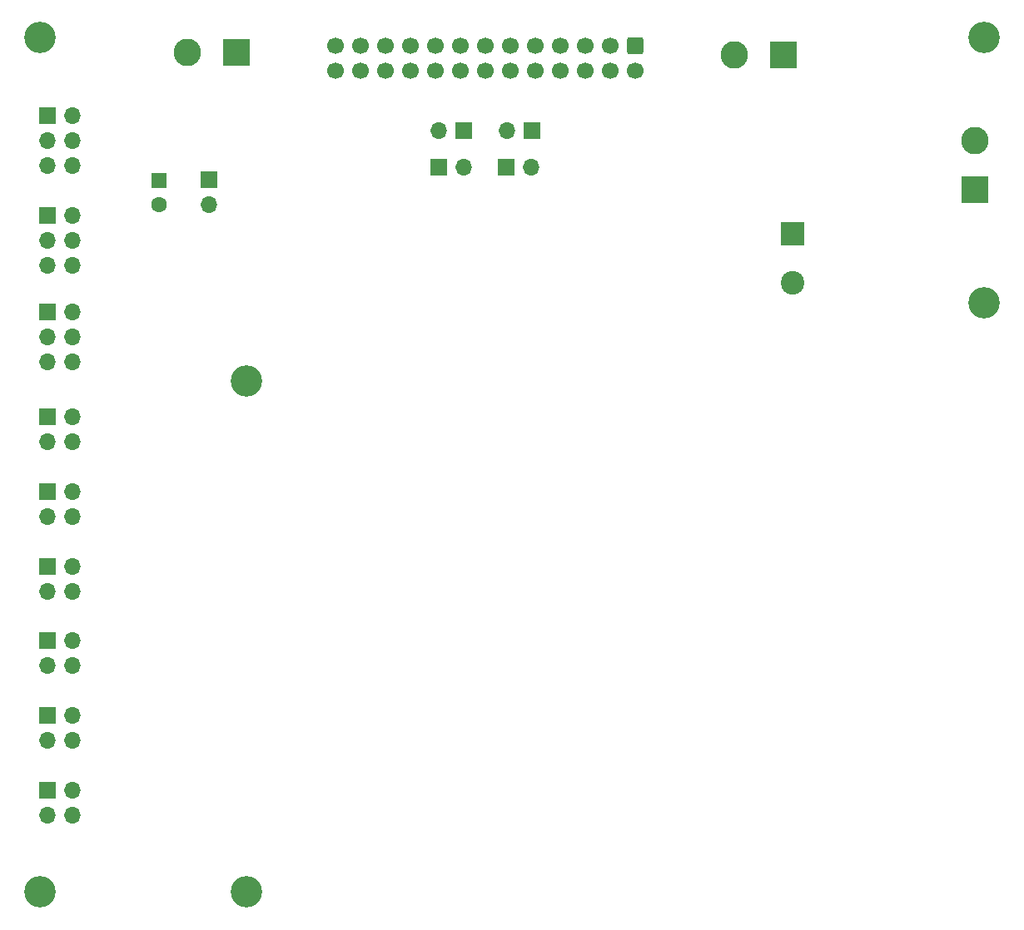
<source format=gbr>
%TF.GenerationSoftware,KiCad,Pcbnew,(6.0.0-0)*%
%TF.CreationDate,2023-01-16T13:09:06-05:00*%
%TF.ProjectId,Clank_controller,436c616e-6b5f-4636-9f6e-74726f6c6c65,rev?*%
%TF.SameCoordinates,Original*%
%TF.FileFunction,Soldermask,Bot*%
%TF.FilePolarity,Negative*%
%FSLAX46Y46*%
G04 Gerber Fmt 4.6, Leading zero omitted, Abs format (unit mm)*
G04 Created by KiCad (PCBNEW (6.0.0-0)) date 2023-01-16 13:09:06*
%MOMM*%
%LPD*%
G01*
G04 APERTURE LIST*
G04 Aperture macros list*
%AMRoundRect*
0 Rectangle with rounded corners*
0 $1 Rounding radius*
0 $2 $3 $4 $5 $6 $7 $8 $9 X,Y pos of 4 corners*
0 Add a 4 corners polygon primitive as box body*
4,1,4,$2,$3,$4,$5,$6,$7,$8,$9,$2,$3,0*
0 Add four circle primitives for the rounded corners*
1,1,$1+$1,$2,$3*
1,1,$1+$1,$4,$5*
1,1,$1+$1,$6,$7*
1,1,$1+$1,$8,$9*
0 Add four rect primitives between the rounded corners*
20,1,$1+$1,$2,$3,$4,$5,0*
20,1,$1+$1,$4,$5,$6,$7,0*
20,1,$1+$1,$6,$7,$8,$9,0*
20,1,$1+$1,$8,$9,$2,$3,0*%
G04 Aperture macros list end*
%ADD10R,1.700000X1.700000*%
%ADD11O,1.700000X1.700000*%
%ADD12RoundRect,0.250000X-0.600000X0.600000X-0.600000X-0.600000X0.600000X-0.600000X0.600000X0.600000X0*%
%ADD13C,1.700000*%
%ADD14C,3.200000*%
%ADD15R,2.800000X2.800000*%
%ADD16C,2.800000*%
%ADD17R,1.600000X1.600000*%
%ADD18C,1.600000*%
%ADD19R,2.400000X2.400000*%
%ADD20C,2.400000*%
G04 APERTURE END LIST*
D10*
%TO.C,J3*%
X100555000Y-115078750D03*
D11*
X103095000Y-115078750D03*
X100555000Y-117618750D03*
X103095000Y-117618750D03*
%TD*%
D10*
%TO.C,J17*%
X147265000Y-74450000D03*
D11*
X149805000Y-74450000D03*
%TD*%
D12*
%TO.C,J16*%
X160330000Y-62140000D03*
D13*
X160330000Y-64680000D03*
X157790000Y-62140000D03*
X157790000Y-64680000D03*
X155250000Y-62140000D03*
X155250000Y-64680000D03*
X152710000Y-62140000D03*
X152710000Y-64680000D03*
X150170000Y-62140000D03*
X150170000Y-64680000D03*
X147630000Y-62140000D03*
X147630000Y-64680000D03*
X145090000Y-62140000D03*
X145090000Y-64680000D03*
X142550000Y-62140000D03*
X142550000Y-64680000D03*
X140010000Y-62140000D03*
X140010000Y-64680000D03*
X137470000Y-62140000D03*
X137470000Y-64680000D03*
X134930000Y-62140000D03*
X134930000Y-64680000D03*
X132390000Y-62140000D03*
X132390000Y-64680000D03*
X129850000Y-62140000D03*
X129850000Y-64680000D03*
%TD*%
D10*
%TO.C,J15*%
X142915000Y-70750000D03*
D11*
X140375000Y-70750000D03*
%TD*%
D10*
%TO.C,J7*%
X100555000Y-89210000D03*
D11*
X103095000Y-89210000D03*
X100555000Y-91750000D03*
X103095000Y-91750000D03*
X100555000Y-94290000D03*
X103095000Y-94290000D03*
%TD*%
D10*
%TO.C,J18*%
X140365000Y-74450000D03*
D11*
X142905000Y-74450000D03*
%TD*%
D10*
%TO.C,J6*%
X100555000Y-137867500D03*
D11*
X103095000Y-137867500D03*
X100555000Y-140407500D03*
X103095000Y-140407500D03*
%TD*%
D10*
%TO.C,J4*%
X100555000Y-122675000D03*
D11*
X103095000Y-122675000D03*
X100555000Y-125215000D03*
X103095000Y-125215000D03*
%TD*%
D10*
%TO.C,J14*%
X149815000Y-70750000D03*
D11*
X147275000Y-70750000D03*
%TD*%
D14*
%TO.C,H4*%
X120830000Y-148250000D03*
%TD*%
D10*
%TO.C,J9*%
X100555000Y-79378750D03*
D11*
X103095000Y-79378750D03*
X100555000Y-81918750D03*
X103095000Y-81918750D03*
X100555000Y-84458750D03*
X103095000Y-84458750D03*
%TD*%
D14*
%TO.C,H3*%
X99830000Y-61250000D03*
%TD*%
D10*
%TO.C,J8*%
X100555000Y-69225000D03*
D11*
X103095000Y-69225000D03*
X100555000Y-71765000D03*
X103095000Y-71765000D03*
X100555000Y-74305000D03*
X103095000Y-74305000D03*
%TD*%
D10*
%TO.C,J2*%
X100555000Y-107482500D03*
D11*
X103095000Y-107482500D03*
X100555000Y-110022500D03*
X103095000Y-110022500D03*
%TD*%
D15*
%TO.C,J10*%
X119830000Y-62750000D03*
D16*
X114830000Y-62750000D03*
%TD*%
D10*
%TO.C,J1*%
X100555000Y-99886250D03*
D11*
X103095000Y-99886250D03*
X100555000Y-102426250D03*
X103095000Y-102426250D03*
%TD*%
D10*
%TO.C,J12*%
X117015000Y-75740000D03*
D11*
X117015000Y-78280000D03*
%TD*%
D15*
%TO.C,J11*%
X175410000Y-63000000D03*
D16*
X170410000Y-63000000D03*
%TD*%
D14*
%TO.C,H5*%
X120830000Y-96250000D03*
%TD*%
%TO.C,H6*%
X195830000Y-88250000D03*
%TD*%
D17*
%TO.C,C1*%
X111930000Y-75804888D03*
D18*
X111930000Y-78304888D03*
%TD*%
D15*
%TO.C,J13*%
X194880000Y-76750000D03*
D16*
X194880000Y-71750000D03*
%TD*%
D10*
%TO.C,J5*%
X100555000Y-130271250D03*
D11*
X103095000Y-130271250D03*
X100555000Y-132811250D03*
X103095000Y-132811250D03*
%TD*%
D14*
%TO.C,H1*%
X195830000Y-61250000D03*
%TD*%
%TO.C,H2*%
X99830000Y-148250000D03*
%TD*%
D19*
%TO.C,C2*%
X176330000Y-81250000D03*
D20*
X176330000Y-86250000D03*
%TD*%
M02*

</source>
